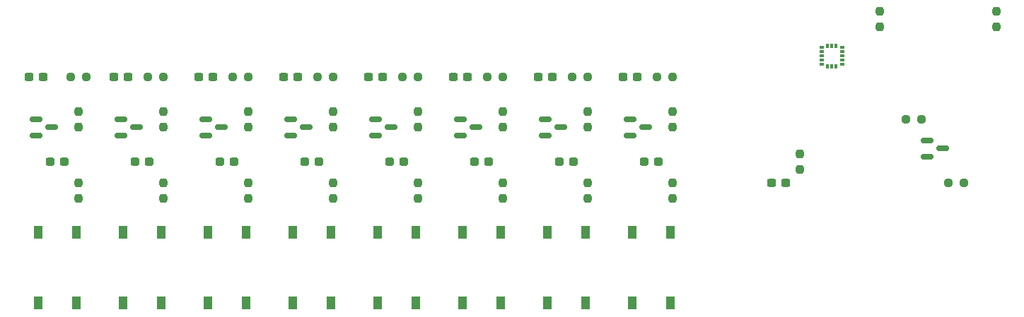
<source format=gbr>
%TF.GenerationSoftware,KiCad,Pcbnew,7.0.9*%
%TF.CreationDate,2023-12-22T14:46:18+09:00*%
%TF.ProjectId,Dev_IO_Board,4465765f-494f-45f4-926f-6172642e6b69,1.0.0*%
%TF.SameCoordinates,Original*%
%TF.FileFunction,Paste,Top*%
%TF.FilePolarity,Positive*%
%FSLAX46Y46*%
G04 Gerber Fmt 4.6, Leading zero omitted, Abs format (unit mm)*
G04 Created by KiCad (PCBNEW 7.0.9) date 2023-12-22 14:46:18*
%MOMM*%
%LPD*%
G01*
G04 APERTURE LIST*
G04 Aperture macros list*
%AMRoundRect*
0 Rectangle with rounded corners*
0 $1 Rounding radius*
0 $2 $3 $4 $5 $6 $7 $8 $9 X,Y pos of 4 corners*
0 Add a 4 corners polygon primitive as box body*
4,1,4,$2,$3,$4,$5,$6,$7,$8,$9,$2,$3,0*
0 Add four circle primitives for the rounded corners*
1,1,$1+$1,$2,$3*
1,1,$1+$1,$4,$5*
1,1,$1+$1,$6,$7*
1,1,$1+$1,$8,$9*
0 Add four rect primitives between the rounded corners*
20,1,$1+$1,$2,$3,$4,$5,0*
20,1,$1+$1,$4,$5,$6,$7,0*
20,1,$1+$1,$6,$7,$8,$9,0*
20,1,$1+$1,$8,$9,$2,$3,0*%
G04 Aperture macros list end*
%ADD10RoundRect,0.237500X-0.237500X0.250000X-0.237500X-0.250000X0.237500X-0.250000X0.237500X0.250000X0*%
%ADD11RoundRect,0.150000X-0.587500X-0.150000X0.587500X-0.150000X0.587500X0.150000X-0.587500X0.150000X0*%
%ADD12RoundRect,0.237500X0.300000X0.237500X-0.300000X0.237500X-0.300000X-0.237500X0.300000X-0.237500X0*%
%ADD13R,1.000000X1.500000*%
%ADD14RoundRect,0.237500X-0.250000X-0.237500X0.250000X-0.237500X0.250000X0.237500X-0.250000X0.237500X0*%
%ADD15RoundRect,0.237500X-0.287500X-0.237500X0.287500X-0.237500X0.287500X0.237500X-0.287500X0.237500X0*%
%ADD16RoundRect,0.237500X0.250000X0.237500X-0.250000X0.237500X-0.250000X-0.237500X0.250000X-0.237500X0*%
%ADD17R,0.550000X0.350000*%
%ADD18R,0.350000X0.550000*%
G04 APERTURE END LIST*
D10*
%TO.C,R25*%
X165005000Y-124935951D03*
X165005000Y-126760951D03*
%TD*%
D11*
%TO.C,Q1*%
X88805000Y-117315951D03*
X88805000Y-119215951D03*
X90680000Y-118265951D03*
%TD*%
D12*
%TO.C,C5*%
X130307500Y-112235951D03*
X128582500Y-112235951D03*
%TD*%
D13*
%TO.C,S5*%
X134235000Y-130845951D03*
X134235000Y-139345951D03*
X129735000Y-130845951D03*
X129735000Y-139345951D03*
%TD*%
D14*
%TO.C,R26*%
X198025000Y-124935951D03*
X199850000Y-124935951D03*
%TD*%
D10*
%TO.C,R22*%
X134525000Y-124935951D03*
X134525000Y-126760951D03*
%TD*%
D13*
%TO.C,S6*%
X144395000Y-130845951D03*
X144395000Y-139345951D03*
X139895000Y-130845951D03*
X139895000Y-139345951D03*
%TD*%
%TO.C,S3*%
X113915000Y-130845951D03*
X113915000Y-139345951D03*
X109415000Y-130845951D03*
X109415000Y-139345951D03*
%TD*%
D11*
%TO.C,Q9*%
X195485000Y-119855951D03*
X195485000Y-121755951D03*
X197360000Y-120805951D03*
%TD*%
D12*
%TO.C,C7*%
X150627500Y-112235951D03*
X148902500Y-112235951D03*
%TD*%
D10*
%TO.C,R21*%
X124365000Y-124935951D03*
X124365000Y-126760951D03*
%TD*%
D11*
%TO.C,Q4*%
X119285000Y-117315951D03*
X119285000Y-119215951D03*
X121160000Y-118265951D03*
%TD*%
D10*
%TO.C,R6*%
X144685000Y-116403451D03*
X144685000Y-118228451D03*
%TD*%
%TO.C,R19*%
X104045000Y-124935951D03*
X104045000Y-126760951D03*
%TD*%
D15*
%TO.C,D1*%
X90470000Y-122395951D03*
X92220000Y-122395951D03*
%TD*%
D12*
%TO.C,C4*%
X120147500Y-112235951D03*
X118422500Y-112235951D03*
%TD*%
D11*
%TO.C,Q7*%
X149765000Y-117315951D03*
X149765000Y-119215951D03*
X151640000Y-118265951D03*
%TD*%
D16*
%TO.C,R15*%
X154845000Y-112235951D03*
X153020000Y-112235951D03*
%TD*%
D11*
%TO.C,Q5*%
X129445000Y-117315951D03*
X129445000Y-119215951D03*
X131320000Y-118265951D03*
%TD*%
D12*
%TO.C,C9*%
X178567500Y-124935951D03*
X176842500Y-124935951D03*
%TD*%
D11*
%TO.C,Q3*%
X109125000Y-117315951D03*
X109125000Y-119215951D03*
X111000000Y-118265951D03*
%TD*%
D10*
%TO.C,R2*%
X104045000Y-116403451D03*
X104045000Y-118228451D03*
%TD*%
%TO.C,R18*%
X93885000Y-124935951D03*
X93885000Y-126760951D03*
%TD*%
D15*
%TO.C,D9*%
X161590000Y-122395951D03*
X163340000Y-122395951D03*
%TD*%
D16*
%TO.C,R9*%
X94797500Y-112235951D03*
X92972500Y-112235951D03*
%TD*%
D15*
%TO.C,D8*%
X151430000Y-122395951D03*
X153180000Y-122395951D03*
%TD*%
D11*
%TO.C,Q2*%
X98965000Y-117315951D03*
X98965000Y-119215951D03*
X100840000Y-118265951D03*
%TD*%
D16*
%TO.C,R14*%
X144685000Y-112235951D03*
X142860000Y-112235951D03*
%TD*%
D10*
%TO.C,R7*%
X154845000Y-116403451D03*
X154845000Y-118228451D03*
%TD*%
D15*
%TO.C,D4*%
X110790000Y-122395951D03*
X112540000Y-122395951D03*
%TD*%
D11*
%TO.C,Q8*%
X159925000Y-117315951D03*
X159925000Y-119215951D03*
X161800000Y-118265951D03*
%TD*%
D12*
%TO.C,C8*%
X160787500Y-112235951D03*
X159062500Y-112235951D03*
%TD*%
D16*
%TO.C,R12*%
X124365000Y-112235951D03*
X122540000Y-112235951D03*
%TD*%
D17*
%TO.C,U1*%
X182830000Y-108695951D03*
X182830000Y-109195951D03*
X182830000Y-109695951D03*
X182830000Y-110195951D03*
X182830000Y-110695951D03*
D18*
X183555000Y-110920951D03*
X184055000Y-110920951D03*
X184555000Y-110920951D03*
D17*
X185280000Y-110695951D03*
X185280000Y-110195951D03*
X185280000Y-109695951D03*
X185280000Y-109195951D03*
X185280000Y-108695951D03*
D18*
X184555000Y-108470951D03*
X184055000Y-108470951D03*
X183555000Y-108470951D03*
%TD*%
D12*
%TO.C,C6*%
X140467500Y-112235951D03*
X138742500Y-112235951D03*
%TD*%
%TO.C,C1*%
X89667500Y-112235951D03*
X87942500Y-112235951D03*
%TD*%
D15*
%TO.C,D5*%
X120950000Y-122395951D03*
X122700000Y-122395951D03*
%TD*%
%TO.C,D7*%
X141270000Y-122395951D03*
X143020000Y-122395951D03*
%TD*%
D13*
%TO.C,S2*%
X103755000Y-130845951D03*
X103755000Y-139345951D03*
X99255000Y-130845951D03*
X99255000Y-139345951D03*
%TD*%
D10*
%TO.C,R1*%
X93885000Y-116403451D03*
X93885000Y-118228451D03*
%TD*%
D16*
%TO.C,R13*%
X134525000Y-112235951D03*
X132700000Y-112235951D03*
%TD*%
D15*
%TO.C,D6*%
X131110000Y-122395951D03*
X132860000Y-122395951D03*
%TD*%
D12*
%TO.C,C3*%
X109987500Y-112235951D03*
X108262500Y-112235951D03*
%TD*%
D16*
%TO.C,R11*%
X114205000Y-112235951D03*
X112380000Y-112235951D03*
%TD*%
D10*
%TO.C,R20*%
X114205000Y-124935951D03*
X114205000Y-126760951D03*
%TD*%
D13*
%TO.C,S7*%
X154555000Y-130845951D03*
X154555000Y-139345951D03*
X150055000Y-130845951D03*
X150055000Y-139345951D03*
%TD*%
D16*
%TO.C,R10*%
X104045000Y-112235951D03*
X102220000Y-112235951D03*
%TD*%
D11*
%TO.C,Q6*%
X139605000Y-117315951D03*
X139605000Y-119215951D03*
X141480000Y-118265951D03*
%TD*%
D10*
%TO.C,R5*%
X134525000Y-116403451D03*
X134525000Y-118228451D03*
%TD*%
%TO.C,R3*%
X114205000Y-116403451D03*
X114205000Y-118228451D03*
%TD*%
D16*
%TO.C,R16*%
X165005000Y-112235951D03*
X163180000Y-112235951D03*
%TD*%
D14*
%TO.C,R27*%
X192945000Y-117315951D03*
X194770000Y-117315951D03*
%TD*%
D10*
%TO.C,R4*%
X124365000Y-116403451D03*
X124365000Y-118228451D03*
%TD*%
%TO.C,R24*%
X154845000Y-124935951D03*
X154845000Y-126760951D03*
%TD*%
%TO.C,R29*%
X203740000Y-104338451D03*
X203740000Y-106163451D03*
%TD*%
%TO.C,R8*%
X165005000Y-116403451D03*
X165005000Y-118228451D03*
%TD*%
D13*
%TO.C,S1*%
X93595000Y-130845951D03*
X93595000Y-139345951D03*
X89095000Y-130845951D03*
X89095000Y-139345951D03*
%TD*%
D12*
%TO.C,C2*%
X99827500Y-112235951D03*
X98102500Y-112235951D03*
%TD*%
D13*
%TO.C,S8*%
X164715000Y-130845951D03*
X164715000Y-139345951D03*
X160215000Y-130845951D03*
X160215000Y-139345951D03*
%TD*%
D10*
%TO.C,R28*%
X189770000Y-104338451D03*
X189770000Y-106163451D03*
%TD*%
D13*
%TO.C,S4*%
X124075000Y-130845951D03*
X124075000Y-139345951D03*
X119575000Y-130845951D03*
X119575000Y-139345951D03*
%TD*%
D10*
%TO.C,R23*%
X144685000Y-124935951D03*
X144685000Y-126760951D03*
%TD*%
%TO.C,R17*%
X180245000Y-121483451D03*
X180245000Y-123308451D03*
%TD*%
D15*
%TO.C,D3*%
X100630000Y-122395951D03*
X102380000Y-122395951D03*
%TD*%
M02*

</source>
